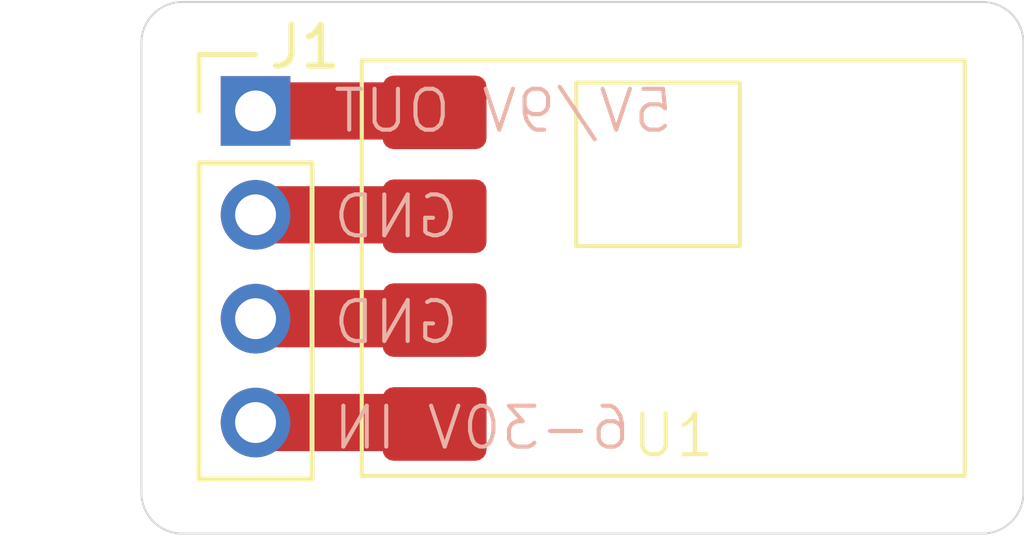
<source format=kicad_pcb>
(kicad_pcb (version 20241229) (generator "pcbnew") (generator_version "9.0")
  (layers (0 "F.Cu" signal) (2 "B.Cu" signal) (13 "F.Paste" user) (15 "B.Paste" user) (5 "F.SilkS" user "F.Silkscreen") (7 "B.SilkS" user "B.Silkscreen") (1 "F.Mask" user) (3 "B.Mask" user) (25 "Edge.Cuts" user))
  (net 0 "")
  (net 1 "Net-(J1-Pin_4)")
  (net 2 "Net-(J1-Pin_3)")
  (net 3 "Net-(J1-Pin_1)")
  (net 4 "Net-(J1-Pin_2)")
  (footprint "Connector_PinHeader_2.54mm:PinHeader_1x04_P2.54mm_Vertical" (layer "F.Cu") (at 116.289 93.165)
    (property "Reference" "J1" (at 1.211 -1.565 0) (layer "F.SilkS"))
    (property "Value" "Conn_01x04_Pin")
    (fp_line (start -1.38 -1.38) (end 0 -1.38) (stroke (width 0.12)) (layer "F.SilkS"))
    (fp_line (start -1.38 0) (end -1.38 -1.38) (stroke (width 0.12)) (layer "F.SilkS"))
    (fp_line (start -1.38 1.27) (end -1.38 9) (stroke (width 0.12)) (layer "F.SilkS"))
    (fp_line (start -1.38 1.27) (end 1.38 1.27) (stroke (width 0.12)) (layer "F.SilkS"))
    (fp_line (start -1.38 9) (end 1.38 9) (stroke (width 0.12)) (layer "F.SilkS"))
    (fp_line (start 1.38 1.27) (end 1.38 9) (stroke (width 0.12)) (layer "F.SilkS"))
    (pad "1" thru_hole rect (at 0 0) (size 1.7 1.7) (drill 1) (layers "*.Cu" "*.Mask") (net 3 "Net-(J1-Pin_1)"))
    (pad "2" thru_hole circle (at 0 2.54) (size 1.7 1.7) (drill 1) (layers "*.Cu" "*.Mask") (net 4 "Net-(J1-Pin_2)"))
    (pad "3" thru_hole circle (at 0 5.08) (size 1.7 1.7) (drill 1) (layers "*.Cu" "*.Mask") (net 2 "Net-(J1-Pin_3)"))
    (pad "4" thru_hole circle (at 0 7.62) (size 1.7 1.7) (drill 1) (layers "*.Cu" "*.Mask") (net 1 "Net-(J1-Pin_4)"))
  )
  (footprint "custom:mateksys micro bec" (layer "F.Cu") (at 126.25 97.01)
    (property "Reference" "U1" (at 0.25 4.09 0) (layer "F.SilkS") (effects (font (thickness 0.1))))
    (property "Value" "~")
    (fp_rect (start -7.366 -5.08) (end 7.366 5.08) (stroke (width 0.1)) (fill no) (layer "F.SilkS"))
    (fp_rect (start -2.127 -4.54) (end 1.873 -0.54) (stroke (width 0.1)) (fill no) (layer "F.SilkS"))
    (pad "1" smd roundrect (at -5.588 -3.81) (size 2.54 1.8) (layers "F.Cu" "F.Mask" "F.Paste") (roundrect_rratio 0.15) (net 3 "Net-(J1-Pin_1)"))
    (pad "2" smd roundrect (at -5.588 -1.27) (size 2.54 1.8) (layers "F.Cu" "F.Mask" "F.Paste") (roundrect_rratio 0.15) (net 4 "Net-(J1-Pin_2)"))
    (pad "3" smd roundrect (at -5.588 1.27) (size 2.54 1.8) (layers "F.Cu" "F.Mask" "F.Paste") (roundrect_rratio 0.15) (net 2 "Net-(J1-Pin_3)"))
    (pad "4" smd roundrect (at -5.588 3.81) (size 2.54 1.8) (layers "F.Cu" "F.Mask" "F.Paste") (roundrect_rratio 0.15) (net 1 "Net-(J1-Pin_4)"))
  )
  (gr_line (start 134.05 103.5) (end 114.5 103.5) (stroke (width 0.05)) (layer "Edge.Cuts"))
  (gr_line (start 135.05 91.5) (end 135.05 102.5) (stroke (width 0.05)) (layer "Edge.Cuts"))
  (gr_arc (start 134.05 90.5) (mid 134.757107 90.792893) (end 135.05 91.5) (stroke (width 0.05)) (layer "Edge.Cuts"))
  (gr_arc (start 114.5 103.5) (mid 113.792893 103.207107) (end 113.5 102.5) (stroke (width 0.05)) (layer "Edge.Cuts"))
  (gr_arc (start 113.5 91.5) (mid 113.792893 90.792893) (end 114.5 90.5) (stroke (width 0.05)) (layer "Edge.Cuts"))
  (gr_arc (start 135.05 102.5) (mid 134.757107 103.207107) (end 134.05 103.5) (stroke (width 0.05)) (layer "Edge.Cuts"))
  (gr_line (start 113.5 102.5) (end 113.5 91.5) (stroke (width 0.05)) (layer "Edge.Cuts"))
  (gr_line (start 114.5 90.5) (end 134.05 90.5) (stroke (width 0.05)) (layer "Edge.Cuts"))
  (gr_text "GND" (at 121.309524 96.333333 0) (layer "B.SilkS") (effects (font (size 1 1) (thickness 0.1)) (justify left bottom mirror)))
  (gr_text "GND" (at 121.309524 98.916667 0) (layer "B.SilkS") (effects (font (size 1 1) (thickness 0.1)) (justify left bottom mirror)))
  (gr_text "6-30V IN" (at 125.5 101.5 0) (layer "B.SilkS") (effects (font (size 1 1) (thickness 0.1)) (justify left bottom mirror)))
  (gr_text "5V/9V OUT" (at 126.54762 93.75 0) (layer "B.SilkS") (effects (font (size 1 1) (thickness 0.1)) (justify left bottom mirror)))
  (segment (start 120.495 100.785) (end 120.5 100.79) (width 0.2) (layer "F.Cu") (net 1))
  (segment (start 120.627 100.785) (end 120.662 100.82) (width 0.2) (layer "F.Cu") (net 1))
  (segment (start 116.289 100.785) (end 120.627 100.785) (width 1.4) (layer "F.Cu") (net 1))
  (segment (start 120.495 98.245) (end 120.5 98.25) (width 0.2) (layer "F.Cu") (net 2))
  (segment (start 116.289 98.245) (end 120.627 98.245) (width 1.4) (layer "F.Cu") (net 2))
  (segment (start 120.627 98.245) (end 120.662 98.28) (width 0.2) (layer "F.Cu") (net 2))
  (segment (start 120.627 93.165) (end 120.662 93.2) (width 0.2) (layer "F.Cu") (net 3))
  (segment (start 116.294 93.17) (end 116.289 93.165) (width 0.2) (layer "F.Cu") (net 3))
  (segment (start 116.289 93.165) (end 120.627 93.165) (width 1.4) (layer "F.Cu") (net 3))
  (segment (start 116.289 95.705) (end 120.627 95.705) (width 1.4) (layer "F.Cu") (net 4))
  (segment (start 120.627 95.705) (end 120.662 95.74) (width 0.2) (layer "F.Cu") (net 4))
  (segment (start 120.495 95.705) (end 120.5 95.71) (width 0.2) (layer "F.Cu") (net 4))
)
</source>
